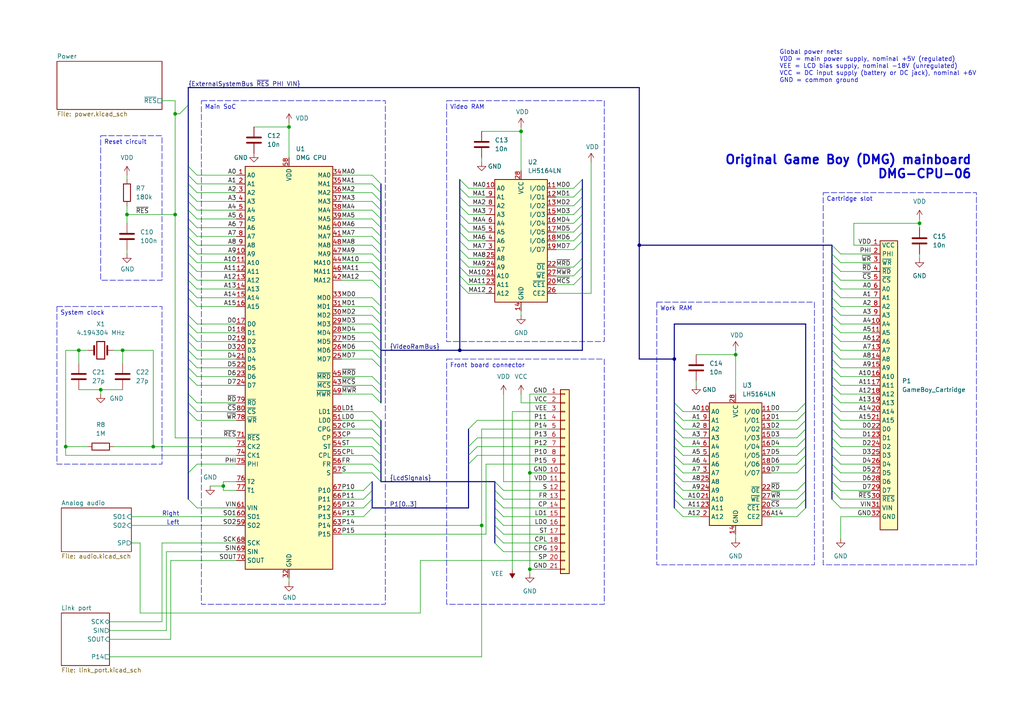
<source format=kicad_sch>
(kicad_sch (version 20230121) (generator eeschema)
  (paper "A4")
  (title_block (title "DMG-CPU-06") (date "2023-07-11") (rev "A") (company "https://gekkio.fi") (comment 1 "https://github.com/gekkio/gb-schematics"))
  (bus_alias "LcdSignals" (members "LD0" "LD1" "S" "ST" "CPL" "FR" "CP" "CPG"))
  (bus_alias "ExternalSystemBus" (members "A[0..15]" "D[0..7]" "~{RD}" "~{CS}" "~{WR}"))
  (bus_alias "VideoRamBus" (members "MA[0..12]" "MD[0..7]" "~{MRD}" "~{MWR}" "~{MCS}"))
  (junction (at 151.13 38.1))
  (junction (at 153.67 137.16))
  (junction (at 266.7 64.77))
  (junction (at 44.45 129.54))
  (junction (at 50.8 62.23))
  (junction (at 36.83 62.23))
  (junction (at 133.35 101.6))
  (junction (at 29.21 113.03))
  (junction (at 35.56 101.6))
  (junction (at 195.58 104.14))
  (junction (at 64.77 140.97))
  (junction (at 139.7 152.4))
  (junction (at 50.8 33.02))
  (junction (at 22.86 101.6))
  (junction (at 185.42 71.12))
  (junction (at 213.36 102.87))
  (junction (at 19.05 129.54))
  (junction (at 83.82 36.83))
  (junction (at 153.67 165.1))
  (bus_entry (at 241.3 116.84) (size 2.54 2.54))
  (bus_entry (at 241.3 71.12) (size 2.54 2.54))
  (bus_entry (at 54.61 91.44) (size 2.54 2.54))
  (bus_entry (at 198.12 124.46) (size -2.54 -2.54))
  (bus_entry (at 133.35 82.55) (size 2.54 2.54))
  (bus_entry (at 133.35 80.01) (size 2.54 2.54))
  (bus_entry (at 107.95 121.92) (size 2.54 2.54))
  (bus_entry (at 54.61 109.22) (size 2.54 2.54))
  (bus_entry (at 107.95 99.06) (size 2.54 2.54))
  (bus_entry (at 135.89 134.62) (size 2.54 -2.54))
  (bus_entry (at 54.61 50.8) (size 2.54 2.54))
  (bus_entry (at 166.37 67.31) (size 2.54 -2.54))
  (bus_entry (at 107.95 96.52) (size 2.54 2.54))
  (bus_entry (at 107.95 114.3) (size 2.54 2.54))
  (bus_entry (at 54.61 71.12) (size 2.54 2.54))
  (bus_entry (at 54.61 73.66) (size 2.54 2.54))
  (bus_entry (at 107.95 86.36) (size 2.54 2.54))
  (bus_entry (at 54.61 48.26) (size 2.54 2.54))
  (bus_entry (at 241.3 81.28) (size 2.54 2.54))
  (bus_entry (at 107.95 119.38) (size 2.54 2.54))
  (bus_entry (at 107.95 55.88) (size 2.54 2.54))
  (bus_entry (at 54.61 104.14) (size 2.54 2.54))
  (bus_entry (at 241.3 109.22) (size 2.54 2.54))
  (bus_entry (at 107.95 76.2) (size 2.54 2.54))
  (bus_entry (at 231.14 149.86) (size 2.54 -2.54))
  (bus_entry (at 105.41 144.78) (size 2.54 -2.54))
  (bus_entry (at 231.14 134.62) (size 2.54 -2.54))
  (bus_entry (at 54.61 83.82) (size 2.54 2.54))
  (bus_entry (at 133.35 72.39) (size 2.54 2.54))
  (bus_entry (at 198.12 144.78) (size -2.54 -2.54))
  (bus_entry (at 54.61 60.96) (size 2.54 2.54))
  (bus_entry (at 166.37 69.85) (size 2.54 -2.54))
  (bus_entry (at 133.35 64.77) (size 2.54 2.54))
  (bus_entry (at 198.12 139.7) (size -2.54 -2.54))
  (bus_entry (at 241.3 124.46) (size 2.54 2.54))
  (bus_entry (at 107.95 132.08) (size 2.54 2.54))
  (bus_entry (at 54.61 93.98) (size 2.54 2.54))
  (bus_entry (at 107.95 93.98) (size 2.54 2.54))
  (bus_entry (at 133.35 54.61) (size 2.54 2.54))
  (bus_entry (at 241.3 129.54) (size 2.54 2.54))
  (bus_entry (at 231.14 137.16) (size 2.54 -2.54))
  (bus_entry (at 241.3 91.44) (size 2.54 2.54))
  (bus_entry (at 133.35 77.47) (size 2.54 2.54))
  (bus_entry (at 231.14 127) (size 2.54 -2.54))
  (bus_entry (at 241.3 127) (size 2.54 2.54))
  (bus_entry (at 54.61 101.6) (size 2.54 2.54))
  (bus_entry (at 135.89 124.46) (size 2.54 -2.54))
  (bus_entry (at 241.3 139.7) (size 2.54 2.54))
  (bus_entry (at 54.61 68.58) (size 2.54 2.54))
  (bus_entry (at 198.12 132.08) (size -2.54 -2.54))
  (bus_entry (at 231.14 121.92) (size 2.54 -2.54))
  (bus_entry (at 135.89 129.54) (size 2.54 -2.54))
  (bus_entry (at 166.37 77.47) (size 2.54 -2.54))
  (bus_entry (at 241.3 114.3) (size 2.54 2.54))
  (bus_entry (at 107.95 91.44) (size 2.54 2.54))
  (bus_entry (at 143.51 139.7) (size 2.54 2.54))
  (bus_entry (at 166.37 59.69) (size 2.54 -2.54))
  (bus_entry (at 54.61 114.3) (size 2.54 2.54))
  (bus_entry (at 133.35 57.15) (size 2.54 2.54))
  (bus_entry (at 198.12 129.54) (size -2.54 -2.54))
  (bus_entry (at 107.95 109.22) (size 2.54 2.54))
  (bus_entry (at 52.07 33.02) (size 2.54 -2.54))
  (bus_entry (at 107.95 111.76) (size 2.54 2.54))
  (bus_entry (at 133.35 52.07) (size 2.54 2.54))
  (bus_entry (at 241.3 119.38) (size 2.54 2.54))
  (bus_entry (at 133.35 62.23) (size 2.54 2.54))
  (bus_entry (at 166.37 72.39) (size 2.54 -2.54))
  (bus_entry (at 107.95 58.42) (size 2.54 2.54))
  (bus_entry (at 54.61 78.74) (size 2.54 2.54))
  (bus_entry (at 54.61 53.34) (size 2.54 2.54))
  (bus_entry (at 143.51 154.94) (size 2.54 2.54))
  (bus_entry (at 105.41 142.24) (size 2.54 -2.54))
  (bus_entry (at 107.95 124.46) (size 2.54 2.54))
  (bus_entry (at 105.41 147.32) (size 2.54 -2.54))
  (bus_entry (at 107.95 53.34) (size 2.54 2.54))
  (bus_entry (at 133.35 67.31) (size 2.54 2.54))
  (bus_entry (at 241.3 142.24) (size 2.54 2.54))
  (bus_entry (at 107.95 88.9) (size 2.54 2.54))
  (bus_entry (at 107.95 66.04) (size 2.54 2.54))
  (bus_entry (at 54.61 86.36) (size 2.54 2.54))
  (bus_entry (at 166.37 80.01) (size 2.54 -2.54))
  (bus_entry (at 143.51 147.32) (size 2.54 2.54))
  (bus_entry (at 166.37 54.61) (size 2.54 -2.54))
  (bus_entry (at 198.12 121.92) (size -2.54 -2.54))
  (bus_entry (at 54.61 116.84) (size 2.54 2.54))
  (bus_entry (at 241.3 99.06) (size 2.54 2.54))
  (bus_entry (at 241.3 76.2) (size 2.54 2.54))
  (bus_entry (at 198.12 149.86) (size -2.54 -2.54))
  (bus_entry (at 231.14 147.32) (size 2.54 -2.54))
  (bus_entry (at 54.61 63.5) (size 2.54 2.54))
  (bus_entry (at 231.14 132.08) (size 2.54 -2.54))
  (bus_entry (at 241.3 86.36) (size 2.54 2.54))
  (bus_entry (at 107.95 137.16) (size 2.54 2.54))
  (bus_entry (at 241.3 111.76) (size 2.54 2.54))
  (bus_entry (at 107.95 63.5) (size 2.54 2.54))
  (bus_entry (at 198.12 127) (size -2.54 -2.54))
  (bus_entry (at 54.61 55.88) (size 2.54 2.54))
  (bus_entry (at 241.3 78.74) (size 2.54 2.54))
  (bus_entry (at 107.95 78.74) (size 2.54 2.54))
  (bus_entry (at 198.12 142.24) (size -2.54 -2.54))
  (bus_entry (at 241.3 144.78) (size 2.54 2.54))
  (bus_entry (at 143.51 152.4) (size 2.54 2.54))
  (bus_entry (at 107.95 127) (size 2.54 2.54))
  (bus_entry (at 143.51 142.24) (size 2.54 2.54))
  (bus_entry (at 54.61 119.38) (size 2.54 2.54))
  (bus_entry (at 107.95 60.96) (size 2.54 2.54))
  (bus_entry (at 107.95 104.14) (size 2.54 2.54))
  (bus_entry (at 166.37 57.15) (size 2.54 -2.54))
  (bus_entry (at 198.12 147.32) (size -2.54 -2.54))
  (bus_entry (at 166.37 64.77) (size 2.54 -2.54))
  (bus_entry (at 54.61 144.78) (size 2.54 2.54))
  (bus_entry (at 241.3 134.62) (size 2.54 2.54))
  (bus_entry (at 231.14 129.54) (size 2.54 -2.54))
  (bus_entry (at 241.3 96.52) (size 2.54 2.54))
  (bus_entry (at 231.14 142.24) (size 2.54 -2.54))
  (bus_entry (at 105.41 149.86) (size 2.54 -2.54))
  (bus_entry (at 241.3 132.08) (size 2.54 2.54))
  (bus_entry (at 241.3 88.9) (size 2.54 2.54))
  (bus_entry (at 107.95 68.58) (size 2.54 2.54))
  (bus_entry (at 231.14 144.78) (size 2.54 -2.54))
  (bus_entry (at 54.61 58.42) (size 2.54 2.54))
  (bus_entry (at 166.37 62.23) (size 2.54 -2.54))
  (bus_entry (at 143.51 149.86) (size 2.54 2.54))
  (bus_entry (at 107.95 81.28) (size 2.54 2.54))
  (bus_entry (at 143.51 144.78) (size 2.54 2.54))
  (bus_entry (at 133.35 69.85) (size 2.54 2.54))
  (bus_entry (at 198.12 119.38) (size -2.54 -2.54))
  (bus_entry (at 107.95 101.6) (size 2.54 2.54))
  (bus_entry (at 54.61 106.68) (size 2.54 2.54))
  (bus_entry (at 241.3 121.92) (size 2.54 2.54))
  (bus_entry (at 231.14 124.46) (size 2.54 -2.54))
  (bus_entry (at 107.95 71.12) (size 2.54 2.54))
  (bus_entry (at 133.35 74.93) (size 2.54 2.54))
  (bus_entry (at 54.61 81.28) (size 2.54 2.54))
  (bus_entry (at 231.14 119.38) (size 2.54 -2.54))
  (bus_entry (at 198.12 134.62) (size -2.54 -2.54))
  (bus_entry (at 241.3 83.82) (size 2.54 2.54))
  (bus_entry (at 54.61 66.04) (size 2.54 2.54))
  (bus_entry (at 241.3 137.16) (size 2.54 2.54))
  (bus_entry (at 54.61 137.16) (size 2.54 -2.54))
  (bus_entry (at 54.61 96.52) (size 2.54 2.54))
  (bus_entry (at 198.12 137.16) (size -2.54 -2.54))
  (bus_entry (at 241.3 93.98) (size 2.54 2.54))
  (bus_entry (at 135.89 132.08) (size 2.54 -2.54))
  (bus_entry (at 241.3 73.66) (size 2.54 2.54))
  (bus_entry (at 54.61 76.2) (size 2.54 2.54))
  (bus_entry (at 241.3 101.6) (size 2.54 2.54))
  (bus_entry (at 166.37 82.55) (size 2.54 -2.54))
  (bus_entry (at 133.35 59.69) (size 2.54 2.54))
  (bus_entry (at 107.95 73.66) (size 2.54 2.54))
  (bus_entry (at 107.95 134.62) (size 2.54 2.54))
  (bus_entry (at 107.95 129.54) (size 2.54 2.54))
  (bus_entry (at 143.51 157.48) (size 2.54 2.54))
  (bus_entry (at 241.3 106.68) (size 2.54 2.54))
  (bus_entry (at 54.61 99.06) (size 2.54 2.54))
  (bus_entry (at 241.3 104.14) (size 2.54 2.54))
  (bus_entry (at 107.95 50.8) (size 2.54 2.54))
  (wire (pts (xy 135.89 59.69) (xy 140.97 59.69)))
  (bus (pts (xy 54.61 101.6) (xy 54.61 104.14)))
  (bus (pts (xy 195.58 134.62) (xy 195.58 137.16)))
  (wire (pts (xy 151.13 38.1) (xy 151.13 49.53)))
  (wire (pts (xy 57.15 111.76) (xy 68.58 111.76)))
  (bus (pts (xy 110.49 60.96) (xy 110.49 63.5)))
  (wire (pts (xy 99.06 154.94) (xy 140.97 154.94)))
  (wire (pts (xy 57.15 60.96) (xy 68.58 60.96)))
  (bus (pts (xy 54.61 104.14) (xy 54.61 106.68)))
  (wire (pts (xy 99.06 93.98) (xy 107.95 93.98)))
  (bus (pts (xy 133.35 52.07) (xy 133.35 54.61)))
  (bus (pts (xy 233.68 139.7) (xy 233.68 142.24)))
  (wire (pts (xy 158.75 119.38) (xy 148.59 119.38)))
  (bus (pts (xy 133.35 59.69) (xy 133.35 62.23)))
  (wire (pts (xy 247.65 71.12) (xy 252.73 71.12)))
  (bus (pts (xy 185.42 25.4) (xy 185.42 71.12)))
  (bus (pts (xy 241.3 86.36) (xy 241.3 88.9)))
  (wire (pts (xy 57.15 50.8) (xy 68.58 50.8)))
  (wire (pts (xy 38.1 149.86) (xy 68.58 149.86)))
  (wire (pts (xy 243.84 137.16) (xy 252.73 137.16)))
  (wire (pts (xy 171.45 46.99) (xy 171.45 85.09)))
  (wire (pts (xy 49.53 162.56) (xy 68.58 162.56)))
  (wire (pts (xy 151.13 114.3) (xy 151.13 116.84)))
  (bus (pts (xy 135.89 124.46) (xy 135.89 129.54)))
  (bus (pts (xy 241.3 99.06) (xy 241.3 101.6)))
  (wire (pts (xy 135.89 74.93) (xy 140.97 74.93)))
  (wire (pts (xy 161.29 77.47) (xy 166.37 77.47)))
  (bus (pts (xy 54.61 66.04) (xy 54.61 68.58)))
  (wire (pts (xy 146.05 160.02) (xy 158.75 160.02)))
  (wire (pts (xy 99.06 142.24) (xy 105.41 142.24)))
  (wire (pts (xy 153.67 165.1) (xy 158.75 165.1)))
  (wire (pts (xy 243.84 83.82) (xy 252.73 83.82)))
  (wire (pts (xy 243.84 116.84) (xy 252.73 116.84)))
  (bus (pts (xy 241.3 81.28) (xy 241.3 83.82)))
  (wire (pts (xy 198.12 121.92) (xy 203.2 121.92)))
  (bus (pts (xy 107.95 144.78) (xy 107.95 147.32)))
  (wire (pts (xy 48.26 182.88) (xy 48.26 160.02)))
  (wire (pts (xy 99.06 71.12) (xy 107.95 71.12)))
  (wire (pts (xy 243.84 114.3) (xy 252.73 114.3)))
  (wire (pts (xy 57.15 147.32) (xy 68.58 147.32)))
  (wire (pts (xy 243.84 96.52) (xy 252.73 96.52)))
  (bus (pts (xy 241.3 104.14) (xy 241.3 106.68)))
  (wire (pts (xy 19.05 129.54) (xy 19.05 132.08)))
  (bus (pts (xy 133.35 80.01) (xy 133.35 82.55)))
  (wire (pts (xy 151.13 36.83) (xy 151.13 38.1)))
  (bus (pts (xy 110.49 129.54) (xy 110.49 132.08)))
  (wire (pts (xy 139.7 38.1) (xy 151.13 38.1)))
  (bus (pts (xy 195.58 93.98) (xy 233.68 93.98)))
  (wire (pts (xy 57.15 68.58) (xy 68.58 68.58)))
  (bus (pts (xy 168.91 54.61) (xy 168.91 57.15)))
  (wire (pts (xy 57.15 101.6) (xy 68.58 101.6)))
  (bus (pts (xy 195.58 121.92) (xy 195.58 124.46)))
  (wire (pts (xy 99.06 78.74) (xy 107.95 78.74)))
  (bus (pts (xy 233.68 132.08) (xy 233.68 134.62)))
  (bus (pts (xy 110.49 78.74) (xy 110.49 81.28)))
  (bus (pts (xy 110.49 101.6) (xy 110.49 104.14)))
  (bus (pts (xy 241.3 111.76) (xy 241.3 114.3)))
  (bus (pts (xy 110.49 81.28) (xy 110.49 83.82)))
  (wire (pts (xy 198.12 124.46) (xy 203.2 124.46)))
  (bus (pts (xy 241.3 93.98) (xy 241.3 96.52)))
  (bus (pts (xy 110.49 76.2) (xy 110.49 78.74)))
  (wire (pts (xy 243.84 109.22) (xy 252.73 109.22)))
  (wire (pts (xy 198.12 119.38) (xy 203.2 119.38)))
  (wire (pts (xy 99.06 132.08) (xy 107.95 132.08)))
  (wire (pts (xy 266.7 73.66) (xy 266.7 74.93)))
  (bus (pts (xy 233.68 93.98) (xy 233.68 116.84)))
  (bus (pts (xy 241.3 96.52) (xy 241.3 99.06)))
  (bus (pts (xy 241.3 83.82) (xy 241.3 86.36)))
  (bus (pts (xy 110.49 127) (xy 110.49 129.54)))
  (wire (pts (xy 19.05 129.54) (xy 25.4 129.54)))
  (bus (pts (xy 195.58 142.24) (xy 195.58 144.78)))
  (wire (pts (xy 99.06 111.76) (xy 107.95 111.76)))
  (wire (pts (xy 201.93 110.49) (xy 201.93 111.76)))
  (wire (pts (xy 158.75 139.7) (xy 146.05 139.7)))
  (wire (pts (xy 22.86 101.6) (xy 25.4 101.6)))
  (bus (pts (xy 54.61 30.48) (xy 54.61 48.26)))
  (bus (pts (xy 168.91 74.93) (xy 168.91 77.47)))
  (bus (pts (xy 110.49 88.9) (xy 110.49 91.44)))
  (wire (pts (xy 146.05 154.94) (xy 158.75 154.94)))
  (bus (pts (xy 133.35 77.47) (xy 133.35 80.01)))
  (wire (pts (xy 99.06 147.32) (xy 105.41 147.32)))
  (wire (pts (xy 99.06 63.5) (xy 107.95 63.5)))
  (bus (pts (xy 233.68 144.78) (xy 233.68 147.32)))
  (wire (pts (xy 146.05 152.4) (xy 158.75 152.4)))
  (bus (pts (xy 241.3 124.46) (xy 241.3 127)))
  (wire (pts (xy 99.06 76.2) (xy 107.95 76.2)))
  (wire (pts (xy 161.29 62.23) (xy 166.37 62.23)))
  (bus (pts (xy 195.58 139.7) (xy 195.58 142.24)))
  (wire (pts (xy 247.65 64.77) (xy 266.7 64.77)))
  (bus (pts (xy 233.68 121.92) (xy 233.68 124.46)))
  (bus (pts (xy 107.95 139.7) (xy 107.95 142.24)))
  (wire (pts (xy 158.75 162.56) (xy 121.92 162.56)))
  (wire (pts (xy 29.21 114.3) (xy 29.21 113.03)))
  (wire (pts (xy 38.1 152.4) (xy 68.58 152.4)))
  (wire (pts (xy 243.84 93.98) (xy 252.73 93.98)))
  (bus (pts (xy 195.58 144.78) (xy 195.58 147.32)))
  (bus (pts (xy 168.91 80.01) (xy 168.91 101.6)))
  (wire (pts (xy 64.77 142.24) (xy 68.58 142.24)))
  (wire (pts (xy 198.12 127) (xy 203.2 127)))
  (wire (pts (xy 99.06 149.86) (xy 105.41 149.86)))
  (bus (pts (xy 54.61 60.96) (xy 54.61 63.5)))
  (wire (pts (xy 60.96 140.97) (xy 64.77 140.97)))
  (bus (pts (xy 185.42 71.12) (xy 241.3 71.12)))
  (bus (pts (xy 110.49 114.3) (xy 110.49 116.84)))
  (wire (pts (xy 99.06 114.3) (xy 107.95 114.3)))
  (wire (pts (xy 223.52 149.86) (xy 231.14 149.86)))
  (bus (pts (xy 135.89 132.08) (xy 135.89 134.62)))
  (wire (pts (xy 83.82 167.64) (xy 83.82 168.91)))
  (bus (pts (xy 110.49 71.12) (xy 110.49 73.66)))
  (bus (pts (xy 241.3 76.2) (xy 241.3 78.74)))
  (bus (pts (xy 54.61 71.12) (xy 54.61 73.66)))
  (wire (pts (xy 140.97 134.62) (xy 140.97 154.94)))
  (bus (pts (xy 233.68 129.54) (xy 233.68 132.08)))
  (bus (pts (xy 54.61 55.88) (xy 54.61 58.42)))
  (wire (pts (xy 99.06 101.6) (xy 107.95 101.6)))
  (wire (pts (xy 243.84 149.86) (xy 243.84 156.21)))
  (bus (pts (xy 135.89 129.54) (xy 135.89 132.08)))
  (bus (pts (xy 110.49 137.16) (xy 110.49 139.7)))
  (wire (pts (xy 223.52 137.16) (xy 231.14 137.16)))
  (bus (pts (xy 195.58 129.54) (xy 195.58 132.08)))
  (bus (pts (xy 168.91 59.69) (xy 168.91 62.23)))
  (wire (pts (xy 198.12 144.78) (xy 203.2 144.78)))
  (bus (pts (xy 168.91 77.47) (xy 168.91 80.01)))
  (bus (pts (xy 54.61 81.28) (xy 54.61 83.82)))
  (wire (pts (xy 99.06 127) (xy 107.95 127)))
  (wire (pts (xy 138.43 121.92) (xy 158.75 121.92)))
  (bus (pts (xy 195.58 93.98) (xy 195.58 104.14)))
  (wire (pts (xy 213.36 101.6) (xy 213.36 102.87)))
  (wire (pts (xy 161.29 57.15) (xy 166.37 57.15)))
  (wire (pts (xy 223.52 124.46) (xy 231.14 124.46)))
  (wire (pts (xy 99.06 91.44) (xy 107.95 91.44)))
  (bus (pts (xy 110.49 83.82) (xy 110.49 88.9)))
  (bus (pts (xy 143.51 142.24) (xy 143.51 144.78)))
  (bus (pts (xy 110.49 111.76) (xy 110.49 114.3)))
  (bus (pts (xy 110.49 58.42) (xy 110.49 60.96)))
  (wire (pts (xy 99.06 53.34) (xy 107.95 53.34)))
  (bus (pts (xy 110.49 101.6) (xy 133.35 101.6)))
  (wire (pts (xy 31.75 182.88) (xy 48.26 182.88)))
  (wire (pts (xy 99.06 68.58) (xy 107.95 68.58)))
  (wire (pts (xy 161.29 72.39) (xy 166.37 72.39)))
  (bus (pts (xy 54.61 63.5) (xy 54.61 66.04)))
  (bus (pts (xy 54.61 116.84) (xy 54.61 119.38)))
  (wire (pts (xy 22.86 101.6) (xy 22.86 105.41)))
  (bus (pts (xy 107.95 147.32) (xy 135.89 147.32)))
  (bus (pts (xy 143.51 152.4) (xy 143.51 154.94)))
  (wire (pts (xy 99.06 152.4) (xy 139.7 152.4)))
  (wire (pts (xy 22.86 113.03) (xy 29.21 113.03)))
  (bus (pts (xy 110.49 124.46) (xy 110.49 127)))
  (wire (pts (xy 146.05 144.78) (xy 158.75 144.78)))
  (bus (pts (xy 168.91 64.77) (xy 168.91 67.31)))
  (wire (pts (xy 198.12 129.54) (xy 203.2 129.54)))
  (wire (pts (xy 99.06 99.06) (xy 107.95 99.06)))
  (wire (pts (xy 243.84 127) (xy 252.73 127)))
  (wire (pts (xy 99.06 86.36) (xy 107.95 86.36)))
  (wire (pts (xy 99.06 88.9) (xy 107.95 88.9)))
  (bus (pts (xy 233.68 142.24) (xy 233.68 144.78)))
  (bus (pts (xy 110.49 106.68) (xy 110.49 111.76)))
  (bus (pts (xy 195.58 124.46) (xy 195.58 127)))
  (bus (pts (xy 133.35 67.31) (xy 133.35 69.85)))
  (bus (pts (xy 54.61 25.4) (xy 185.42 25.4)))
  (bus (pts (xy 195.58 104.14) (xy 185.42 104.14)))
  (wire (pts (xy 57.15 63.5) (xy 68.58 63.5)))
  (bus (pts (xy 133.35 64.77) (xy 133.35 67.31)))
  (bus (pts (xy 195.58 137.16) (xy 195.58 139.7)))
  (wire (pts (xy 99.06 96.52) (xy 107.95 96.52)))
  (bus (pts (xy 241.3 71.12) (xy 241.3 73.66)))
  (bus (pts (xy 54.61 109.22) (xy 54.61 114.3)))
  (bus (pts (xy 110.49 134.62) (xy 110.49 137.16)))
  (bus (pts (xy 110.49 68.58) (xy 110.49 71.12)))
  (wire (pts (xy 243.84 144.78) (xy 252.73 144.78)))
  (wire (pts (xy 252.73 149.86) (xy 243.84 149.86)))
  (wire (pts (xy 153.67 137.16) (xy 153.67 114.3)))
  (wire (pts (xy 57.15 106.68) (xy 68.58 106.68)))
  (wire (pts (xy 223.52 121.92) (xy 231.14 121.92)))
  (wire (pts (xy 198.12 142.24) (xy 203.2 142.24)))
  (bus (pts (xy 241.3 142.24) (xy 241.3 144.78)))
  (bus (pts (xy 143.51 147.32) (xy 143.51 149.86)))
  (wire (pts (xy 243.84 139.7) (xy 252.73 139.7)))
  (wire (pts (xy 139.7 190.5) (xy 139.7 152.4)))
  (bus (pts (xy 233.68 116.84) (xy 233.68 119.38)))
  (bus (pts (xy 110.49 91.44) (xy 110.49 93.98)))
  (bus (pts (xy 54.61 119.38) (xy 54.61 137.16)))
  (wire (pts (xy 50.8 29.21) (xy 50.8 33.02)))
  (bus (pts (xy 54.61 96.52) (xy 54.61 99.06)))
  (wire (pts (xy 243.84 91.44) (xy 252.73 91.44)))
  (wire (pts (xy 99.06 144.78) (xy 105.41 144.78)))
  (wire (pts (xy 36.83 62.23) (xy 36.83 64.77)))
  (bus (pts (xy 233.68 127) (xy 233.68 129.54)))
  (wire (pts (xy 83.82 36.83) (xy 83.82 45.72)))
  (wire (pts (xy 121.92 162.56) (xy 121.92 177.8)))
  (wire (pts (xy 138.43 129.54) (xy 158.75 129.54)))
  (bus (pts (xy 143.51 144.78) (xy 143.51 147.32)))
  (wire (pts (xy 44.45 129.54) (xy 68.58 129.54)))
  (bus (pts (xy 54.61 48.26) (xy 54.61 50.8)))
  (wire (pts (xy 146.05 157.48) (xy 158.75 157.48)))
  (wire (pts (xy 99.06 134.62) (xy 107.95 134.62)))
  (bus (pts (xy 54.61 114.3) (xy 54.61 116.84)))
  (wire (pts (xy 36.83 62.23) (xy 50.8 62.23)))
  (wire (pts (xy 35.56 101.6) (xy 35.56 105.41)))
  (bus (pts (xy 110.49 132.08) (xy 110.49 134.62)))
  (wire (pts (xy 40.64 177.8) (xy 121.92 177.8)))
  (wire (pts (xy 33.02 129.54) (xy 44.45 129.54)))
  (wire (pts (xy 46.99 29.21) (xy 50.8 29.21)))
  (bus (pts (xy 241.3 134.62) (xy 241.3 137.16)))
  (wire (pts (xy 243.84 73.66) (xy 252.73 73.66)))
  (wire (pts (xy 146.05 149.86) (xy 158.75 149.86)))
  (bus (pts (xy 54.61 78.74) (xy 54.61 81.28)))
  (wire (pts (xy 135.89 67.31) (xy 140.97 67.31)))
  (wire (pts (xy 57.15 104.14) (xy 68.58 104.14)))
  (bus (pts (xy 241.3 139.7) (xy 241.3 142.24)))
  (wire (pts (xy 49.53 162.56) (xy 49.53 185.42)))
  (wire (pts (xy 243.84 104.14) (xy 252.73 104.14)))
  (bus (pts (xy 54.61 73.66) (xy 54.61 76.2)))
  (wire (pts (xy 153.67 165.1) (xy 153.67 137.16)))
  (wire (pts (xy 223.52 119.38) (xy 231.14 119.38)))
  (bus (pts (xy 107.95 142.24) (xy 107.95 144.78)))
  (wire (pts (xy 243.84 124.46) (xy 252.73 124.46)))
  (bus (pts (xy 241.3 106.68) (xy 241.3 109.22)))
  (bus (pts (xy 133.35 101.6) (xy 168.91 101.6)))
  (bus (pts (xy 241.3 129.54) (xy 241.3 132.08)))
  (bus (pts (xy 133.35 82.55) (xy 133.35 101.6)))
  (bus (pts (xy 195.58 119.38) (xy 195.58 121.92)))
  (wire (pts (xy 35.56 101.6) (xy 44.45 101.6)))
  (wire (pts (xy 135.89 69.85) (xy 140.97 69.85)))
  (wire (pts (xy 140.97 134.62) (xy 158.75 134.62)))
  (wire (pts (xy 158.75 116.84) (xy 151.13 116.84)))
  (bus (pts (xy 233.68 134.62) (xy 233.68 139.7)))
  (bus (pts (xy 195.58 132.08) (xy 195.58 134.62)))
  (wire (pts (xy 223.52 147.32) (xy 231.14 147.32)))
  (wire (pts (xy 148.59 119.38) (xy 148.59 165.1)))
  (bus (pts (xy 110.49 55.88) (xy 110.49 58.42)))
  (wire (pts (xy 198.12 149.86) (xy 203.2 149.86)))
  (wire (pts (xy 50.8 33.02) (xy 50.8 62.23)))
  (wire (pts (xy 64.77 139.7) (xy 68.58 139.7)))
  (wire (pts (xy 198.12 132.08) (xy 203.2 132.08)))
  (wire (pts (xy 161.29 67.31) (xy 166.37 67.31)))
  (wire (pts (xy 161.29 59.69) (xy 166.37 59.69)))
  (wire (pts (xy 50.8 127) (xy 68.58 127)))
  (bus (pts (xy 54.61 99.06) (xy 54.61 101.6)))
  (wire (pts (xy 243.84 132.08) (xy 252.73 132.08)))
  (wire (pts (xy 36.83 50.8) (xy 36.83 52.07)))
  (wire (pts (xy 151.13 90.17) (xy 151.13 91.44)))
  (wire (pts (xy 36.83 73.66) (xy 36.83 72.39)))
  (bus (pts (xy 54.61 137.16) (xy 54.61 144.78)))
  (wire (pts (xy 40.64 157.48) (xy 40.64 177.8)))
  (wire (pts (xy 135.89 80.01) (xy 140.97 80.01)))
  (wire (pts (xy 57.15 121.92) (xy 68.58 121.92)))
  (bus (pts (xy 135.89 134.62) (xy 135.89 147.32)))
  (wire (pts (xy 19.05 132.08) (xy 68.58 132.08)))
  (bus (pts (xy 241.3 91.44) (xy 241.3 93.98)))
  (bus (pts (xy 143.51 154.94) (xy 143.51 157.48)))
  (wire (pts (xy 57.15 134.62) (xy 68.58 134.62)))
  (bus (pts (xy 233.68 124.46) (xy 233.68 127)))
  (bus (pts (xy 143.51 149.86) (xy 143.51 152.4)))
  (wire (pts (xy 38.1 157.48) (xy 40.64 157.48)))
  (wire (pts (xy 57.15 71.12) (xy 68.58 71.12)))
  (wire (pts (xy 99.06 50.8) (xy 107.95 50.8)))
  (bus (pts (xy 133.35 74.93) (xy 133.35 77.47)))
  (bus (pts (xy 241.3 132.08) (xy 241.3 134.62)))
  (wire (pts (xy 266.7 63.5) (xy 266.7 64.77)))
  (wire (pts (xy 146.05 114.3) (xy 146.05 139.7)))
  (bus (pts (xy 54.61 25.4) (xy 54.61 30.48)))
  (wire (pts (xy 161.29 64.77) (xy 166.37 64.77)))
  (bus (pts (xy 195.58 104.14) (xy 195.58 116.84)))
  (bus (pts (xy 133.35 72.39) (xy 133.35 74.93)))
  (wire (pts (xy 201.93 102.87) (xy 213.36 102.87)))
  (bus (pts (xy 54.61 106.68) (xy 54.61 109.22)))
  (wire (pts (xy 33.02 101.6) (xy 35.56 101.6)))
  (wire (pts (xy 243.84 129.54) (xy 252.73 129.54)))
  (wire (pts (xy 243.84 101.6) (xy 252.73 101.6)))
  (wire (pts (xy 57.15 81.28) (xy 68.58 81.28)))
  (wire (pts (xy 57.15 116.84) (xy 68.58 116.84)))
  (wire (pts (xy 198.12 147.32) (xy 203.2 147.32)))
  (bus (pts (xy 241.3 73.66) (xy 241.3 76.2)))
  (wire (pts (xy 153.67 114.3) (xy 158.75 114.3)))
  (wire (pts (xy 57.15 76.2) (xy 68.58 76.2)))
  (wire (pts (xy 139.7 124.46) (xy 139.7 152.4)))
  (wire (pts (xy 19.05 101.6) (xy 19.05 129.54)))
  (wire (pts (xy 146.05 147.32) (xy 158.75 147.32)))
  (bus (pts (xy 133.35 54.61) (xy 133.35 57.15)))
  (wire (pts (xy 138.43 127) (xy 158.75 127)))
  (bus (pts (xy 54.61 86.36) (xy 54.61 91.44)))
  (wire (pts (xy 223.52 129.54) (xy 231.14 129.54)))
  (wire (pts (xy 46.99 180.34) (xy 31.75 180.34)))
  (bus (pts (xy 168.91 57.15) (xy 168.91 59.69)))
  (wire (pts (xy 19.05 101.6) (xy 22.86 101.6)))
  (wire (pts (xy 161.29 80.01) (xy 166.37 80.01)))
  (bus (pts (xy 110.49 66.04) (xy 110.49 68.58)))
  (wire (pts (xy 57.15 88.9) (xy 68.58 88.9)))
  (bus (pts (xy 241.3 119.38) (xy 241.3 121.92)))
  (wire (pts (xy 57.15 93.98) (xy 68.58 93.98)))
  (wire (pts (xy 135.89 54.61) (xy 140.97 54.61)))
  (wire (pts (xy 198.12 137.16) (xy 203.2 137.16)))
  (bus (pts (xy 110.49 139.7) (xy 143.51 139.7)))
  (bus (pts (xy 54.61 58.42) (xy 54.61 60.96)))
  (wire (pts (xy 243.84 106.68) (xy 252.73 106.68)))
  (wire (pts (xy 46.99 157.48) (xy 68.58 157.48)))
  (wire (pts (xy 161.29 69.85) (xy 166.37 69.85)))
  (bus (pts (xy 54.61 50.8) (xy 54.61 53.34)))
  (bus (pts (xy 54.61 53.34) (xy 54.61 55.88)))
  (wire (pts (xy 57.15 73.66) (xy 68.58 73.66)))
  (bus (pts (xy 168.91 67.31) (xy 168.91 69.85)))
  (bus (pts (xy 110.49 96.52) (xy 110.49 99.06)))
  (bus (pts (xy 241.3 114.3) (xy 241.3 116.84)))
  (bus (pts (xy 241.3 127) (xy 241.3 129.54)))
  (wire (pts (xy 57.15 96.52) (xy 68.58 96.52)))
  (bus (pts (xy 54.61 68.58) (xy 54.61 71.12)))
  (wire (pts (xy 57.15 66.04) (xy 68.58 66.04)))
  (wire (pts (xy 161.29 54.61) (xy 166.37 54.61)))
  (bus (pts (xy 110.49 104.14) (xy 110.49 106.68)))
  (bus (pts (xy 233.68 119.38) (xy 233.68 121.92)))
  (wire (pts (xy 99.06 109.22) (xy 107.95 109.22)))
  (bus (pts (xy 110.49 93.98) (xy 110.49 96.52)))
  (wire (pts (xy 99.06 119.38) (xy 107.95 119.38)))
  (wire (pts (xy 198.12 134.62) (xy 203.2 134.62)))
  (wire (pts (xy 223.52 144.78) (xy 231.14 144.78)))
  (wire (pts (xy 161.29 82.55) (xy 166.37 82.55)))
  (wire (pts (xy 146.05 142.24) (xy 158.75 142.24)))
  (bus (pts (xy 241.3 116.84) (xy 241.3 119.38)))
  (bus (pts (xy 133.35 57.15) (xy 133.35 59.69)))
  (bus (pts (xy 54.61 83.82) (xy 54.61 86.36)))
  (wire (pts (xy 99.06 104.14) (xy 107.95 104.14)))
  (wire (pts (xy 153.67 166.37) (xy 153.67 165.1)))
  (wire (pts (xy 135.89 64.77) (xy 140.97 64.77)))
  (wire (pts (xy 64.77 139.7) (xy 64.77 140.97)))
  (wire (pts (xy 135.89 85.09) (xy 140.97 85.09)))
  (wire (pts (xy 247.65 71.12) (xy 247.65 64.77)))
  (wire (pts (xy 57.15 53.34) (xy 68.58 53.34)))
  (wire (pts (xy 243.84 76.2) (xy 252.73 76.2)))
  (wire (pts (xy 158.75 124.46) (xy 139.7 124.46)))
  (wire (pts (xy 44.45 101.6) (xy 44.45 129.54)))
  (wire (pts (xy 64.77 140.97) (xy 64.77 142.24)))
  (bus (pts (xy 241.3 88.9) (xy 241.3 91.44)))
  (bus (pts (xy 168.91 69.85) (xy 168.91 74.93)))
  (bus (pts (xy 110.49 53.34) (xy 110.49 55.88)))
  (wire (pts (xy 243.84 99.06) (xy 252.73 99.06)))
  (bus (pts (xy 54.61 93.98) (xy 54.61 96.52)))
  (wire (pts (xy 243.84 78.74) (xy 252.73 78.74)))
  (wire (pts (xy 46.99 157.48) (xy 46.99 180.34)))
  (wire (pts (xy 266.7 64.77) (xy 266.7 66.04)))
  (wire (pts (xy 49.53 185.42) (xy 31.75 185.42)))
  (bus (pts (xy 133.35 62.23) (xy 133.35 64.77)))
  (wire (pts (xy 223.52 142.24) (xy 231.14 142.24)))
  (bus (pts (xy 143.51 139.7) (xy 143.51 142.24)))
  (wire (pts (xy 99.06 124.46) (xy 107.95 124.46)))
  (wire (pts (xy 135.89 57.15) (xy 140.97 57.15)))
  (wire (pts (xy 99.06 137.16) (xy 107.95 137.16)))
  (wire (pts (xy 135.89 62.23) (xy 140.97 62.23)))
  (wire (pts (xy 161.29 85.09) (xy 171.45 85.09)))
  (bus (pts (xy 185.42 71.12) (xy 185.42 104.14)))
  (wire (pts (xy 31.75 190.5) (xy 139.7 190.5)))
  (wire (pts (xy 50.8 62.23) (xy 50.8 127)))
  (wire (pts (xy 99.06 121.92) (xy 107.95 121.92)))
  (bus (pts (xy 168.91 62.23) (xy 168.91 64.77)))
  (wire (pts (xy 243.84 81.28) (xy 252.73 81.28)))
  (wire (pts (xy 99.06 81.28) (xy 107.95 81.28)))
  (wire (pts (xy 99.06 58.42) (xy 107.95 58.42)))
  (bus (pts (xy 241.3 121.92) (xy 241.3 124.46)))
  (wire (pts (xy 135.89 77.47) (xy 140.97 77.47)))
  (bus (pts (xy 110.49 99.06) (xy 110.49 101.6)))
  (wire (pts (xy 57.15 109.22) (xy 68.58 109.22)))
  (wire (pts (xy 99.06 66.04) (xy 107.95 66.04)))
  (wire (pts (xy 57.15 83.82) (xy 68.58 83.82)))
  (wire (pts (xy 243.84 147.32) (xy 252.73 147.32)))
  (bus (pts (xy 54.61 76.2) (xy 54.61 78.74)))
  (wire (pts (xy 223.52 132.08) (xy 231.14 132.08)))
  (wire (pts (xy 213.36 102.87) (xy 213.36 114.3)))
  (bus (pts (xy 241.3 109.22) (xy 241.3 111.76)))
  (bus (pts (xy 110.49 63.5) (xy 110.49 66.04)))
  (wire (pts (xy 243.84 142.24) (xy 252.73 142.24)))
  (bus (pts (xy 195.58 127) (xy 195.58 129.54)))
  (bus (pts (xy 54.61 91.44) (xy 54.61 93.98)))
  (wire (pts (xy 135.89 82.55) (xy 140.97 82.55)))
  (wire (pts (xy 243.84 88.9) (xy 252.73 88.9)))
  (wire (pts (xy 57.15 78.74) (xy 68.58 78.74)))
  (wire (pts (xy 29.21 113.03) (xy 35.56 113.03)))
  (wire (pts (xy 57.15 86.36) (xy 68.58 86.36)))
  (wire (pts (xy 73.66 36.83) (xy 83.82 36.83)))
  (bus (pts (xy 110.49 121.92) (xy 110.49 124.46)))
  (wire (pts (xy 57.15 55.88) (xy 68.58 55.88)))
  (bus (pts (xy 241.3 78.74) (xy 241.3 81.28)))
  (wire (pts (xy 243.84 119.38) (xy 252.73 119.38)))
  (wire (pts (xy 223.52 134.62) (xy 231.14 134.62)))
  (bus (pts (xy 168.91 52.07) (xy 168.91 54.61)))
  (wire (pts (xy 57.15 119.38) (xy 68.58 119.38)))
  (wire (pts (xy 243.84 134.62) (xy 252.73 134.62)))
  (wire (pts (xy 243.84 86.36) (xy 252.73 86.36)))
  (wire (pts (xy 48.26 160.02) (xy 68.58 160.02)))
  (bus (pts (xy 110.49 73.66) (xy 110.49 76.2)))
  (wire (pts (xy 57.15 99.06) (xy 68.58 99.06)))
  (wire (pts (xy 83.82 35.56) (xy 83.82 36.83)))
  (wire (pts (xy 243.84 121.92) (xy 252.73 121.92)))
  (bus (pts (xy 133.35 69.85) (xy 133.35 72.39)))
  (wire (pts (xy 99.06 55.88) (xy 107.95 55.88)))
  (wire (pts (xy 57.15 58.42) (xy 68.58 58.42)))
  (wire (pts (xy 135.89 72.39) (xy 140.97 72.39)))
  (wire (pts (xy 99.06 73.66) (xy 107.95 73.66)))
  (wire (pts (xy 138.43 132.08) (xy 158.75 132.08)))
  (wire (pts (xy 99.06 129.54) (xy 107.95 129.54)))
  (bus (pts (xy 195.58 116.84) (xy 195.58 119.38)))
  (wire (pts (xy 139.7 45.72) (xy 139.7 46.99)))
  (bus (pts (xy 241.3 137.16) (xy 241.3 139.7)))
  (wire (pts (xy 99.06 60.96) (xy 107.95 60.96)))
  (bus (pts (xy 241.3 101.6) (xy 241.3 104.14)))
  (wire (pts (xy 213.36 154.94) (xy 213.36 156.21)))
  (wire (pts (xy 50.8 33.02) (xy 52.07 33.02)))
  (wire (pts (xy 198.12 139.7) (xy 203.2 139.7)))
  (wire (pts (xy 153.67 137.16) (xy 158.75 137.16)))
  (wire (pts (xy 243.84 111.76) (xy 252.73 111.76)))
  (wire (pts (xy 223.52 127) (xy 231.14 127)))
  (wire (pts (xy 36.83 62.23) (xy 36.83 59.69)))
  (text_box "Front board connector" (at 129.54 104.14 0) (size 45.72 71.12) (stroke (width 0) (type dash)) (effects (font (size 1.27 1.27)) (justify left top)))
  (text_box "Cartridge slot" (at 238.76 55.88 0) (size 44.45 107.95) (stroke (width 0) (type dash)) (effects (font (size 1.27 1.27)) (justify left top)))
  (text_box "Reset circuit" (at 29.21 39.37 0) (size 17.78 41.91) (stroke (width 0) (type dash)) (effects (font (size 1.27 1.27)) (justify left top)))
  (text_box "System clock" (at 16.51 88.9 0) (size 30.48 45.72) (stroke (width 0) (type dash)) (effects (font (size 1.27 1.27)) (justify left top)))
  (text_box "Main SoC" (at 58.42 29.21 0) (size 53.34 146.05) (stroke (width 0) (type dash)) (effects (font (size 1.27 1.27)) (justify left top)))
  (text_box "Work RAM" (at 190.5 87.63 0) (size 45.72 76.2) (stroke (width 0) (type dash)) (effects (font (size 1.27 1.27)) (justify left top)))
  (text_box "Video RAM" (at 129.54 29.21 0) (size 45.72 69.85) (stroke (width 0) (type dash)) (effects (font (size 1.27 1.27)) (justify left top)))
  (text "Original Game Boy (DMG) mainboard\nDMG-CPU-06" (at 281.94 52.07 0) (effects (font (size 2.54 2.54) (thickness 0.508) bold) (justify right bottom)))
  (text "Right" (at 52.07 149.86 0) (effects (font (size 1.27 1.27)) (justify right bottom)))
  (text "Global power nets:\nVDD = main power supply, nominal +5V (regulated)\nVEE = LCD bias supply, nominal -18V (unregulated)\nVCC = DC input supply (battery or DC jack), nominal +6V\nGND = common ground" (at 226.06 24.13 0) (effects (font (size 1.27 1.27)) (justify left bottom)))
  (text "Left" (at 52.07 152.4 0) (effects (font (size 1.27 1.27)) (justify right bottom)))
  (label "MA10" (at 140.97 80.01 180))
  (label "A14" (at 252.73 119.38 180))
  (label "MA2" (at 140.97 59.69 180))
  (label "CPG" (at 158.75 160.02 180))
  (label "D6" (at 252.73 139.7 180))
  (label "~{MWR}" (at 161.29 80.01 0))
  (label "D1" (at 223.52 121.92 0))
  (label "P10" (at 99.06 142.24 0))
  (label "FR" (at 99.06 134.62 0))
  (label "LD1" (at 158.75 149.86 180))
  (label "D2" (at 223.52 124.46 0))
  (label "SO1" (at 68.58 149.86 180))
  (label "MA1" (at 99.06 53.34 0))
  (label "~{RES}" (at 252.73 144.78 180))
  (label "A12" (at 252.73 114.3 180))
  (label "A2" (at 252.73 88.9 180))
  (label "{ExternalSystemBus ~{RES} PHI VIN}" (at 54.61 25.4 0))
  (label "A12" (at 68.58 81.28 180))
  (label "MA7" (at 99.06 68.58 0))
  (label "MD7" (at 99.06 104.14 0))
  (label "~{MWR}" (at 99.06 114.3 0))
  (label "MA3" (at 140.97 62.23 180))
  (label "D5" (at 252.73 137.16 180))
  (label "D2" (at 68.58 99.06 180))
  (label "MD2" (at 161.29 59.69 0))
  (label "MD0" (at 161.29 54.61 0))
  (label "MD0" (at 99.06 86.36 0))
  (label "D2" (at 252.73 129.54 180))
  (label "CP" (at 158.75 147.32 180))
  (label "D6" (at 223.52 134.62 0))
  (label "VEE" (at 158.75 119.38 180))
  (label "~{RD}" (at 223.52 142.24 0))
  (label "A8" (at 68.58 71.12 180))
  (label "GND" (at 158.75 114.3 180))
  (label "MA2" (at 99.06 55.88 0))
  (label "A5" (at 68.58 63.5 180))
  (label "PHI" (at 68.58 134.62 180))
  (label "MA12" (at 99.06 81.28 0))
  (label "MA1" (at 140.97 57.15 180))
  (label "S" (at 158.75 142.24 180))
  (label "A2" (at 68.58 55.88 180))
  (label "VIN" (at 252.73 147.32 180))
  (label "MD5" (at 161.29 67.31 0))
  (label "~{CS}" (at 252.73 81.28 180))
  (label "A1" (at 68.58 53.34 180))
  (label "D3" (at 68.58 101.6 180))
  (label "D1" (at 252.73 127 180))
  (label "CPL" (at 99.06 132.08 0))
  (label "GND" (at 252.73 149.86 180))
  (label "MA11" (at 99.06 78.74 0))
  (label "{LcdSignals}" (at 113.03 139.7 0))
  (label "~{MRD}" (at 99.06 109.22 0))
  (label "P14" (at 158.75 124.46 180))
  (label "MA4" (at 140.97 64.77 180))
  (label "MD5" (at 99.06 99.06 0))
  (label "A10" (at 252.73 109.22 180))
  (label "P1[0..3]" (at 113.03 147.32 0))
  (label "A11" (at 203.2 147.32 180))
  (label "~{MRD}" (at 161.29 77.47 0))
  (label "MD6" (at 99.06 101.6 0))
  (label "~{WR}" (at 68.58 121.92 180))
  (label "MA5" (at 99.06 63.5 0))
  (label "GND" (at 158.75 137.16 180))
  (label "SO2" (at 68.58 152.4 180))
  (label "A8" (at 203.2 139.7 180))
  (label "~{CS}" (at 68.58 119.38 180))
  (label "CPG" (at 99.06 124.46 0))
  (label "MA4" (at 99.06 60.96 0))
  (label "MA0" (at 99.06 50.8 0))
  (label "ST" (at 99.06 129.54 0))
  (label "D4" (at 223.52 129.54 0))
  (label "A3" (at 203.2 127 180))
  (label "A1" (at 252.73 86.36 180))
  (label "CP" (at 99.06 127 0))
  (label "A6" (at 203.2 134.62 180))
  (label "D6" (at 68.58 109.22 180))
  (label "A5" (at 252.73 96.52 180))
  (label "MD7" (at 161.29 72.39 0))
  (label "VDD" (at 252.73 71.12 180))
  (label "A3" (at 68.58 58.42 180))
  (label "A9" (at 68.58 73.66 180))
  (label "SP" (at 158.75 162.56 180))
  (label "MA11" (at 140.97 82.55 180))
  (label "ST" (at 158.75 154.94 180))
  (label "A15" (at 68.58 88.9 180))
  (label "D7" (at 68.58 111.76 180))
  (label "CPL" (at 158.75 157.48 180))
  (label "A7" (at 203.2 137.16 180))
  (label "D3" (at 223.52 127 0))
  (label "MA5" (at 140.97 67.31 180))
  (label "SIN" (at 68.58 160.02 180))
  (label "MD2" (at 99.06 91.44 0))
  (label "A4" (at 252.73 93.98 180))
  (label "MD1" (at 161.29 57.15 0))
  (label "A9" (at 203.2 142.24 180))
  (label "P10" (at 158.75 132.08 180))
  (label "A10" (at 203.2 144.78 180))
  (label "FR" (at 158.75 144.78 180))
  (label "D0" (at 252.73 124.46 180))
  (label "A11" (at 68.58 78.74 180))
  (label "~{RES}" (at 39.37 62.23 0))
  (label "A9" (at 252.73 106.68 180))
  (label "MA6" (at 99.06 66.04 0))
  (label "A12" (at 203.2 149.86 180))
  (label "A14" (at 68.58 86.36 180))
  (label "MA9" (at 99.06 73.66 0))
  (label "MA7" (at 140.97 72.39 180))
  (label "LD0" (at 158.75 152.4 180))
  (label "MD1" (at 99.06 88.9 0))
  (label "VIN" (at 68.58 147.32 180))
  (label "MD4" (at 99.06 96.52 0))
  (label "P12" (at 99.06 147.32 0))
  (label "P14" (at 99.06 152.4 0))
  (label "A10" (at 68.58 76.2 180))
  (label "A0" (at 252.73 83.82 180))
  (label "A1" (at 203.2 121.92 180))
  (label "A0" (at 68.58 50.8 180))
  (label "P15" (at 99.06 154.94 0))
  (label "~{RES}" (at 68.58 127 180))
  (label "D7" (at 252.73 142.24 180))
  (label "A13" (at 68.58 83.82 180))
  (label "D3" (at 252.73 132.08 180))
  (label "D0" (at 223.52 119.38 0))
  (label "A3" (at 252.73 91.44 180))
  (label "~{MCS}" (at 99.06 111.76 0))
  (label "S" (at 99.06 137.16 0))
  (label "MA8" (at 140.97 74.93 180))
  (label "A5" (at 203.2 132.08 180))
  (label "A15" (at 252.73 121.92 180))
  (label "A4" (at 203.2 129.54 180))
  (label "MA6" (at 140.97 69.85 180))
  (label "A14" (at 223.52 149.86 0))
  (label "MD3" (at 161.29 62.23 0))
  (label "~{WR}" (at 223.52 144.78 0))
  (label "D1" (at 68.58 96.52 180))
  (label "MD4" (at 161.29 64.77 0))
  (label "LD1" (at 99.06 119.38 0))
  (label "VCC" (at 158.75 116.84 180))
  (label "{VideoRamBus}" (at 113.03 101.6 0))
  (label "~{RD}" (at 252.73 78.74 180))
  (label "D5" (at 68.58 106.68 180))
  (label "D5" (at 223.52 132.08 0))
  (label "A8" (at 252.73 104.14 180))
  (label "~{WR}" (at 252.73 76.2 180))
  (label "A4" (at 68.58 60.96 180))
  (label "PHI" (at 252.73 73.66 180))
  (label "A7" (at 68.58 68.58 180))
  (label "P13" (at 158.75 127 180))
  (label "A2" (at 203.2 124.46 180))
  (label "D4" (at 68.58 104.14 180))
  (label "A7" (at 252.73 101.6 180))
  (label "LD0" (at 99.06 121.92 0))
  (label "D4" (at 252.73 134.62 180))
  (label "MA9" (at 140.97 77.47 180))
  (label "MD6" (at 161.29 69.85 0))
  (label "A0" (at 203.2 119.38 180))
  (label "VDD" (at 158.75 139.7 180))
  (label "~{MCS}" (at 161.29 82.55 0))
  (label "MD3" (at 99.06 93.98 0))
  (label "D0" (at 68.58 93.98 180))
  (label "MA10" (at 99.06 76.2 0))
  (label "A11" (at 252.73 111.76 180))
  (label "MA8" (at 99.06 71.12 0))
  (label "~{RD}" (at 68.58 116.84 180))
  (label "P11" (at 99.06 144.78 0))
  (label "MA3" (at 99.06 58.42 0))
  (label "GND" (at 158.75 165.1 180))
  (label "MA12" (at 140.97 85.09 180))
  (label "D7" (at 223.52 137.16 0))
  (label "SOUT" (at 68.58 162.56 180))
  (label "SCK" (at 68.58 157.48 180))
  (label "MA0" (at 140.97 54.61 180))
  (label "A6" (at 68.58 66.04 180))
  (label "P11" (at 158.75 121.92 180))
  (label "P12" (at 158.75 129.54 180))
  (label "~{CS}" (at 223.52 147.32 0))
  (label "A13" (at 252.73 116.84 180))
  (label "P13" (at 99.06 149.86 0))
  (label "A6" (at 252.73 99.06 180))
  (label "P15" (at 158.75 134.62 180))
  (symbol (lib_id "Gekkio_Memory_RAM:GameBoy_SRAM_64K") (at 213.36 134.62 0) (unit 1)
    (property "Reference" "U3" (at 215.3159 111.76 0) (effects (justify left)))
    (property "Value" "LH5164LN" (at 215.3159 114.3 0) (effects (justify left)))
    (property "Footprint" "Package_SO:SOIC-28W_7.5x17.9mm_P1.27mm" (effects hide))
  )
  (symbol (lib_id "Gekkio_Connector_Specialized:GameBoy_Cartridge") (at 257.81 111.76 0) (unit 1)
    (property "Reference" "P1" (at 261.62 110.49 0) (effects (justify left)))
    (property "Value" "GameBoy_Cartridge" (at 261.62 113.03 0) (effects (justify left)))
  )
  (symbol (lib_id "power:GND") (at 213.36 156.21 0) (unit 1)
    (property "Reference" "#PWR0101" (effects hide))
    (property "Value" "GND" (at 213.36 161.29 0))
  )
  (symbol (lib_id "power:GND") (at 243.84 156.21 0) (unit 1)
    (property "Reference" "#PWR0102" (effects hide))
    (property "Value" "GND" (at 243.84 161.29 0))
  )
  (symbol (lib_id "power:GND") (at 83.82 168.91 0) (unit 1)
    (property "Reference" "#PWR0103" (effects hide))
    (property "Value" "GND" (at 83.947 173.3042 0))
  )
  (symbol (lib_id "Device:C") (at 266.7 69.85 0) (unit 1)
    (property "Reference" "C15" (at 270.51 68.58 0) (effects (justify left)))
    (property "Value" "10n" (at 270.51 71.12 0) (effects (justify left)))
  )
  (symbol (lib_id "power:GND") (at 266.7 74.93 0) (unit 1)
    (property "Reference" "#PWR0105" (effects hide))
    (property "Value" "GND" (at 266.7 80.01 0))
  )
  (symbol (lib_id "power:GND") (at 60.96 140.97 0) (unit 1)
    (property "Reference" "#PWR0106" (effects hide))
    (property "Value" "GND" (at 60.96 138.43 0))
  )
  (symbol (lib_id "power:VDD") (at 213.36 101.6 0) (unit 1)
    (property "Reference" "#PWR0107" (effects hide))
    (property "Value" "VDD" (at 213.741 97.2058 0))
  )
  (symbol (lib_id "power:VDD") (at 266.7 63.5 0) (unit 1)
    (property "Reference" "#PWR0108" (effects hide))
    (property "Value" "VDD" (at 266.7 58.42 0))
  )
  (symbol (lib_id "power:VDD") (at 83.82 35.56 0) (unit 1)
    (property "Reference" "#PWR0111" (effects hide))
    (property "Value" "VDD" (at 87.63 34.29 0))
  )
  (symbol (lib_id "Device:C") (at 201.93 106.68 0) (unit 1)
    (property "Reference" "C14" (at 205.74 105.41 0) (effects (justify left)))
    (property "Value" "10n" (at 205.74 107.95 0) (effects (justify left)))
  )
  (symbol (lib_id "power:GND") (at 201.93 111.76 0) (unit 1)
    (property "Reference" "#PWR0112" (effects hide))
    (property "Value" "GND" (at 205.74 113.03 0))
  )
  (symbol (lib_id "Device:Crystal") (at 29.21 101.6 0) (unit 1)
    (property "Reference" "X1" (at 29.21 93.98 0))
    (property "Value" "4.194304 MHz" (at 29.21 96.52 0))
  )
  (symbol (lib_id "Device:C") (at 22.86 109.22 0) (unit 1)
    (property "Reference" "C21" (at 26.67 107.95 0) (effects (justify left)))
    (property "Value" "27p" (at 26.67 110.49 0) (effects (justify left)))
  )
  (symbol (lib_id "Device:C") (at 35.56 109.22 0) (unit 1)
    (property "Reference" "C22" (at 39.37 107.95 0) (effects (justify left)))
    (property "Value" "27p" (at 39.37 110.49 0) (effects (justify left)))
  )
  (symbol (lib_id "power:GND") (at 29.21 114.3 0) (unit 1)
    (property "Reference" "#PWR0114" (effects hide))
    (property "Value" "GND" (at 31.75 115.57 0) (effects (justify left)))
  )
  (symbol (lib_id "power:GND") (at 36.83 73.66 0) (unit 1)
    (property "Reference" "#PWR02" (effects hide))
    (property "Value" "GND" (at 36.957 78.0542 0))
  )
  (symbol (lib_id "Device:C") (at 36.83 68.58 0) (unit 1)
    (property "Reference" "C10" (at 40.64 67.31 0) (effects (justify left)))
    (property "Value" "100n" (at 40.64 69.85 0) (effects (justify left)))
  )
  (symbol (lib_id "Device:R") (at 36.83 55.88 0) (unit 1)
    (property "Reference" "R7" (at 39.37 54.61 0) (effects (justify left)))
    (property "Value" "180k" (at 39.37 57.15 0) (effects (justify left)))
  )
  (symbol (lib_id "Device:C") (at 73.66 40.64 0) (unit 1)
    (property "Reference" "C12" (at 77.47 39.37 0) (effects (justify left)))
    (property "Value" "10n" (at 77.47 41.91 0) (effects (justify left)))
  )
  (symbol (lib_id "power:GND") (at 153.67 166.37 0) (unit 1)
    (property "Reference" "#PWR05" (effects hide))
    (property "Value" "GND" (at 153.67 171.45 0))
  )
  (symbol (lib_id "power:VDD") (at 171.45 46.99 0) (unit 1)
    (property "Reference" "#PWR019" (effects hide))
    (property "Value" "VDD" (at 171.831 42.5958 0))
  )
  (symbol (lib_id "power:VEE") (at 148.59 165.1 180) (unit 1)
    (property "Reference" "#PWR08" (effects hide))
    (property "Value" "VEE" (at 146.05 166.37 0) (effects (justify left)))
  )
  (symbol (lib_id "power:VDD") (at 146.05 114.3 0) (unit 1)
    (property "Reference" "#PWR06" (effects hide))
    (property "Value" "VDD" (at 146.05 109.22 0))
  )
  (symbol (lib_id "Gekkio_CPU_Nintendo:GameBoy_CPU_DMG") (at 83.82 106.68 0) (unit 1)
    (property "Reference" "U1" (at 85.7759 43.18 0) (effects (justify left)))
    (property "Value" "DMG CPU" (at 85.7759 45.72 0) (effects (justify left)))
    (property "Footprint" "Gekkio_Package_QFP:Sharp_QFP-80_14x20mm_P0.8mm" (effects hide))
  )
  (symbol (lib_id "Connector_Generic:Conn_01x21") (at 163.83 139.7 0) (unit 1)
    (property "Reference" "J2" (effects hide))
    (property "Value" "Conn_01x21" (effects hide))
  )
  (symbol (lib_id "power:GND") (at 139.7 46.99 0) (unit 1)
    (property "Reference" "#PWR04" (effects hide))
    (property "Value" "GND" (at 143.51 48.26 0))
  )
  (symbol (lib_id "Device:C") (at 139.7 41.91 0) (unit 1)
    (property "Reference" "C13" (at 143.51 40.64 0) (effects (justify left)))
    (property "Value" "10n" (at 143.51 43.18 0) (effects (justify left)))
  )
  (symbol (lib_id "power:VCC") (at 151.13 114.3 0) (unit 1)
    (property "Reference" "#PWR07" (effects hide))
    (property "Value" "VCC" (at 151.13 109.22 0))
  )
  (symbol (lib_id "power:VDD") (at 36.83 50.8 0) (unit 1)
    (property "Reference" "#PWR01" (effects hide))
    (property "Value" "VDD" (at 36.83 45.72 0))
  )
  (symbol (lib_id "power:GND") (at 73.66 44.45 0) (unit 1)
    (property "Reference" "#PWR03" (effects hide))
    (property "Value" "GND" (at 69.85 45.72 0))
  )
  (symbol (lib_id "Gekkio_Memory_RAM:GameBoy_SRAM_64K") (at 151.13 69.85 0) (unit 1)
    (property "Reference" "U2" (at 153.0859 46.99 0) (effects (justify left)))
    (property "Value" "LH5164LN" (at 153.0859 49.53 0) (effects (justify left)))
    (property "Footprint" "Package_SO:SOIC-28W_7.5x17.9mm_P1.27mm" (effects hide))
  )
  (symbol (lib_id "Device:R") (at 29.21 129.54 90) (unit 1)
    (property "Reference" "R8" (at 29.21 123.19 90))
    (property "Value" "1M" (at 29.21 125.73 90))
  )
  (symbol (lib_id "power:VDD") (at 151.13 36.83 0) (unit 1)
    (property "Reference" "#PWR017" (effects hide))
    (property "Value" "VDD" (at 151.511 32.4358 0))
  )
  (symbol (lib_id "power:GND") (at 151.13 91.44 0) (unit 1)
    (property "Reference" "#PWR018" (effects hide))
    (property "Value" "GND" (at 151.13 96.52 0))
  )
  (sheet (at 16.51 17.78) (size 30.48 13.97)
    (property "Sheetname" "Power" (at 16.51 17.0684 0) (effects (justify left bottom)))
    (property "Sheetfile" "power.kicad_sch" (at 16.51 32.3346 0) (effects (justify left top)))
    (pin "~{RES}" passive (at 46.99 29.21 0))
  )
  (sheet (at 17.78 177.8) (size 13.97 15.24)
    (property "Sheetname" "Link port" (at 17.78 177.0884 0) (effects (justify left bottom)))
    (property "Sheetfile" "link_port.kicad_sch" (at 17.78 193.6246 0) (effects (justify left top)))
    (pin "SCK" bidirectional (at 31.75 180.34 0))
    (pin "P14" passive (at 31.75 190.5 0))
    (pin "SIN" output (at 31.75 182.88 0))
    (pin "SOUT" input (at 31.75 185.42 0))
  )
  (sheet (at 17.78 147.32) (size 20.32 12.7)
    (property "Sheetname" "Analog audio" (at 17.78 146.6084 0) (effects (justify left bottom)))
    (property "Sheetfile" "audio.kicad_sch" (at 17.78 160.6046 0) (effects (justify left top)))
    (pin "SO1" input (at 38.1 149.86 0))
    (pin "SO2" input (at 38.1 152.4 0))
    (pin "SP" output (at 38.1 157.48 0))
  )
)
</source>
